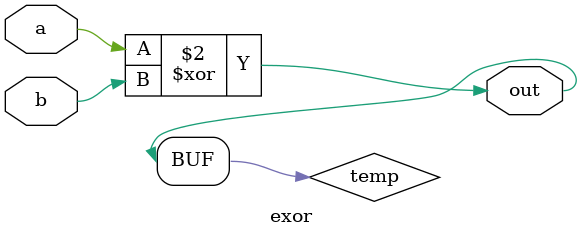
<source format=v>
module exor(output out,input a,b);
	reg temp ;
	assign out = temp;
	always@(a,b) begin
	temp = a ^ b;
	end
endmodule

</source>
